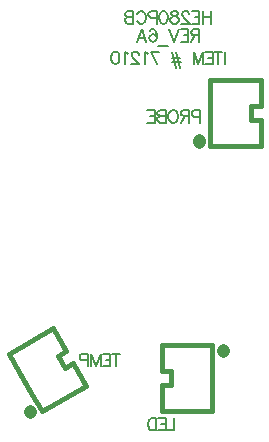
<source format=gbo>
G04 Layer_Color=32896*
%FSLAX24Y24*%
%MOIN*%
G70*
G01*
G75*
%ADD64C,0.0157*%
%ADD65C,0.0433*%
%ADD66C,0.0077*%
D64*
X7657Y10807D02*
X9350D01*
X7657D02*
X7657Y11516D01*
X7657Y12303D01*
X7657Y13012D02*
X7657Y12303D01*
X7657Y13012D02*
X9350D01*
Y10807D02*
Y11673D01*
X9035D02*
X9350D01*
X9035Y12146D02*
X9035Y11673D01*
X9035Y12146D02*
X9350Y12146D01*
Y13012D01*
X2057Y1984D02*
X3523Y2831D01*
X1702Y2598D02*
X2057Y1984D01*
X1308Y3280D02*
X1702Y2598D01*
X954Y3893D02*
X1308Y3280D01*
X954Y3893D02*
X2420Y4740D01*
X3090Y3581D02*
X3523Y2831D01*
X2817Y3423D02*
X3090Y3581D01*
X2581Y3832D02*
X2817Y3423D01*
X2581Y3832D02*
X2853Y3990D01*
X2420Y4740D02*
X2853Y3990D01*
X6049Y4182D02*
X7742D01*
Y3474D02*
Y4182D01*
Y2686D02*
Y3474D01*
Y1978D02*
Y2686D01*
X6049Y1978D02*
X7742D01*
X6049Y3316D02*
Y4182D01*
Y3316D02*
X6364Y3316D01*
Y2844D02*
Y3316D01*
X6049Y2844D02*
X6364D01*
X6049Y1978D02*
Y2844D01*
D65*
X7303Y10965D02*
X7303Y11004D01*
X1651Y1977D02*
X1671Y1943D01*
X8097Y3986D02*
Y4025D01*
D66*
X7300Y14703D02*
Y14293D01*
Y14703D02*
X7124D01*
X7066Y14684D01*
X7046Y14664D01*
X7027Y14625D01*
Y14586D01*
X7046Y14547D01*
X7066Y14528D01*
X7124Y14508D01*
X7300D01*
X7163D02*
X7027Y14293D01*
X6681Y14703D02*
X6935D01*
Y14293D01*
X6681D01*
X6935Y14508D02*
X6779D01*
X6613Y14703D02*
X6457Y14293D01*
X6300Y14703D02*
X6457Y14293D01*
X6248Y14157D02*
X5935D01*
X5648Y14645D02*
X5668Y14684D01*
X5726Y14703D01*
X5765D01*
X5824Y14684D01*
X5863Y14625D01*
X5882Y14528D01*
Y14430D01*
X5863Y14352D01*
X5824Y14313D01*
X5765Y14293D01*
X5746D01*
X5687Y14313D01*
X5648Y14352D01*
X5629Y14410D01*
Y14430D01*
X5648Y14489D01*
X5687Y14528D01*
X5746Y14547D01*
X5765D01*
X5824Y14528D01*
X5863Y14489D01*
X5882Y14430D01*
X5226Y14293D02*
X5383Y14703D01*
X5539Y14293D01*
X5480Y14430D02*
X5285D01*
X7689Y15310D02*
Y14900D01*
X7415Y15310D02*
Y14900D01*
X7689Y15115D02*
X7415D01*
X7048Y15310D02*
X7302D01*
Y14900D01*
X7048D01*
X7302Y15115D02*
X7146D01*
X6960Y15212D02*
Y15232D01*
X6941Y15271D01*
X6921Y15290D01*
X6882Y15310D01*
X6804D01*
X6765Y15290D01*
X6745Y15271D01*
X6726Y15232D01*
Y15193D01*
X6745Y15154D01*
X6785Y15095D01*
X6980Y14900D01*
X6706D01*
X6517Y15310D02*
X6576Y15290D01*
X6595Y15251D01*
Y15212D01*
X6576Y15173D01*
X6537Y15154D01*
X6458Y15134D01*
X6400Y15115D01*
X6361Y15076D01*
X6341Y15037D01*
Y14978D01*
X6361Y14939D01*
X6380Y14920D01*
X6439Y14900D01*
X6517D01*
X6576Y14920D01*
X6595Y14939D01*
X6615Y14978D01*
Y15037D01*
X6595Y15076D01*
X6556Y15115D01*
X6498Y15134D01*
X6419Y15154D01*
X6380Y15173D01*
X6361Y15212D01*
Y15251D01*
X6380Y15290D01*
X6439Y15310D01*
X6517D01*
X6132D02*
X6191Y15290D01*
X6230Y15232D01*
X6250Y15134D01*
Y15076D01*
X6230Y14978D01*
X6191Y14920D01*
X6132Y14900D01*
X6093D01*
X6035Y14920D01*
X5996Y14978D01*
X5976Y15076D01*
Y15134D01*
X5996Y15232D01*
X6035Y15290D01*
X6093Y15310D01*
X6132D01*
X5884Y15095D02*
X5709D01*
X5650Y15115D01*
X5631Y15134D01*
X5611Y15173D01*
Y15232D01*
X5631Y15271D01*
X5650Y15290D01*
X5709Y15310D01*
X5884D01*
Y14900D01*
X5226Y15212D02*
X5246Y15251D01*
X5285Y15290D01*
X5324Y15310D01*
X5402D01*
X5441Y15290D01*
X5480Y15251D01*
X5500Y15212D01*
X5519Y15154D01*
Y15056D01*
X5500Y14998D01*
X5480Y14959D01*
X5441Y14920D01*
X5402Y14900D01*
X5324D01*
X5285Y14920D01*
X5246Y14959D01*
X5226Y14998D01*
X5111Y15310D02*
Y14900D01*
Y15310D02*
X4936D01*
X4877Y15290D01*
X4857Y15271D01*
X4838Y15232D01*
Y15193D01*
X4857Y15154D01*
X4877Y15134D01*
X4936Y15115D01*
X5111D02*
X4936D01*
X4877Y15095D01*
X4857Y15076D01*
X4838Y15037D01*
Y14978D01*
X4857Y14939D01*
X4877Y14920D01*
X4936Y14900D01*
X5111D01*
X8161Y13960D02*
Y13550D01*
X7938Y13960D02*
Y13550D01*
X8075Y13960D02*
X7802D01*
X7499D02*
X7753D01*
Y13550D01*
X7499D01*
X7753Y13765D02*
X7597D01*
X7431Y13960D02*
Y13550D01*
Y13960D02*
X7275Y13550D01*
X7118Y13960D02*
X7275Y13550D01*
X7118Y13960D02*
Y13550D01*
X6523Y13960D02*
X6660Y13413D01*
X6406Y13960D02*
X6542Y13413D01*
X6660Y13745D02*
X6386D01*
X6679Y13628D02*
X6406D01*
X5697Y13960D02*
X5892Y13550D01*
X5970Y13960D02*
X5697D01*
X5605Y13882D02*
X5566Y13901D01*
X5508Y13960D01*
Y13550D01*
X5285Y13862D02*
Y13882D01*
X5265Y13921D01*
X5246Y13941D01*
X5207Y13960D01*
X5129D01*
X5090Y13941D01*
X5070Y13921D01*
X5051Y13882D01*
Y13843D01*
X5070Y13804D01*
X5109Y13745D01*
X5305Y13550D01*
X5031D01*
X4939Y13882D02*
X4900Y13901D01*
X4842Y13960D01*
Y13550D01*
X4522Y13960D02*
X4580Y13941D01*
X4619Y13882D01*
X4639Y13784D01*
Y13726D01*
X4619Y13628D01*
X4580Y13570D01*
X4522Y13550D01*
X4483D01*
X4424Y13570D01*
X4385Y13628D01*
X4365Y13726D01*
Y13784D01*
X4385Y13882D01*
X4424Y13941D01*
X4483Y13960D01*
X4522D01*
X7320Y11795D02*
X7144D01*
X7086Y11815D01*
X7066Y11834D01*
X7047Y11873D01*
Y11932D01*
X7066Y11971D01*
X7086Y11990D01*
X7144Y12010D01*
X7320D01*
Y11600D01*
X6955Y12010D02*
Y11600D01*
Y12010D02*
X6779D01*
X6721Y11990D01*
X6701Y11971D01*
X6682Y11932D01*
Y11893D01*
X6701Y11854D01*
X6721Y11834D01*
X6779Y11815D01*
X6955D01*
X6818D02*
X6682Y11600D01*
X6473Y12010D02*
X6512Y11990D01*
X6551Y11951D01*
X6570Y11912D01*
X6590Y11854D01*
Y11756D01*
X6570Y11698D01*
X6551Y11659D01*
X6512Y11620D01*
X6473Y11600D01*
X6395D01*
X6355Y11620D01*
X6316Y11659D01*
X6297Y11698D01*
X6277Y11756D01*
Y11854D01*
X6297Y11912D01*
X6316Y11951D01*
X6355Y11990D01*
X6395Y12010D01*
X6473D01*
X6182D02*
Y11600D01*
Y12010D02*
X6006D01*
X5947Y11990D01*
X5928Y11971D01*
X5908Y11932D01*
Y11893D01*
X5928Y11854D01*
X5947Y11834D01*
X6006Y11815D01*
X6182D02*
X6006D01*
X5947Y11795D01*
X5928Y11776D01*
X5908Y11737D01*
Y11678D01*
X5928Y11639D01*
X5947Y11620D01*
X6006Y11600D01*
X6182D01*
X5563Y12010D02*
X5817D01*
Y11600D01*
X5563D01*
X5817Y11815D02*
X5660D01*
X4523Y3890D02*
Y3480D01*
X4660Y3890D02*
X4387D01*
X4084D02*
X4338D01*
Y3480D01*
X4084D01*
X4338Y3695D02*
X4182D01*
X4016Y3890D02*
Y3480D01*
Y3890D02*
X3859Y3480D01*
X3703Y3890D02*
X3859Y3480D01*
X3703Y3890D02*
Y3480D01*
X3586Y3675D02*
X3410D01*
X3352Y3695D01*
X3332Y3714D01*
X3313Y3753D01*
Y3812D01*
X3332Y3851D01*
X3352Y3871D01*
X3410Y3890D01*
X3586D01*
Y3480D01*
X6470Y1750D02*
Y1340D01*
X6236D01*
X5937Y1750D02*
X6191D01*
Y1340D01*
X5937D01*
X6191Y1555D02*
X6035D01*
X5869Y1750D02*
Y1340D01*
Y1750D02*
X5732D01*
X5673Y1731D01*
X5634Y1691D01*
X5615Y1652D01*
X5595Y1594D01*
Y1496D01*
X5615Y1438D01*
X5634Y1399D01*
X5673Y1360D01*
X5732Y1340D01*
X5869D01*
M02*

</source>
